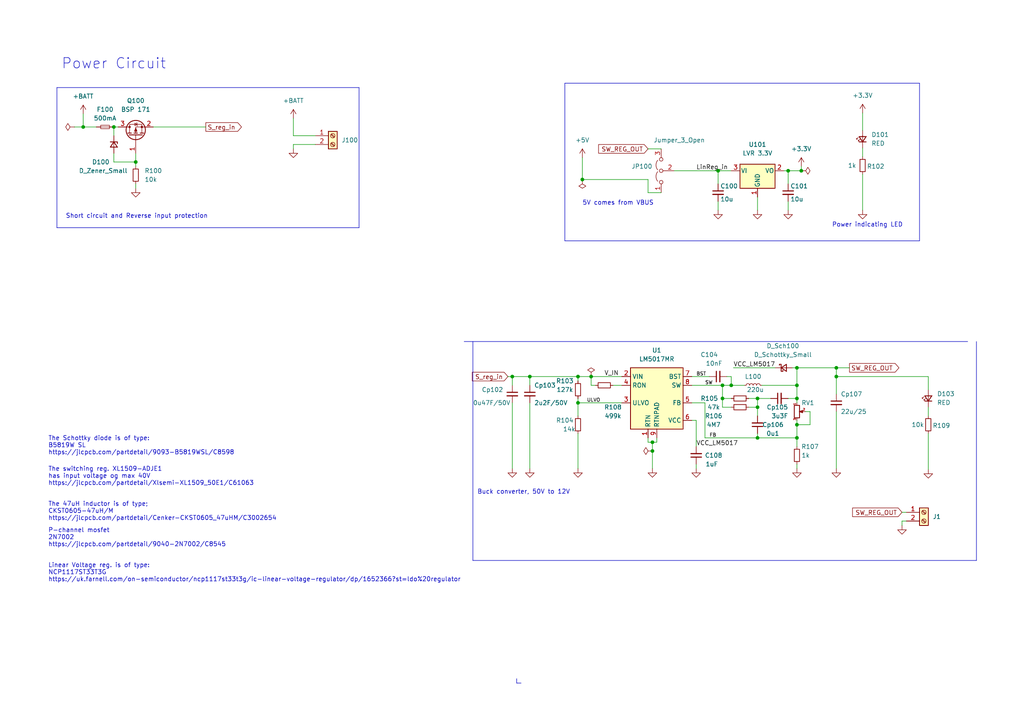
<source format=kicad_sch>
(kicad_sch (version 20230121) (generator eeschema)
  (paper "A4")
  (title_block (title "Power circuitery and Gyro Sensor") (date "2023-02-07"))
  (lib_symbols
    (symbol "Connector:Screw_Terminal_01x02" (pin_names (offset 1.016) hide)
      (property "Reference" "J" (at 0 2.54 0))
      (property "Value" "Screw_Terminal_01x02" (at 0 -5.08 0))
      (symbol "Screw_Terminal_01x02_1_1"
        (rectangle (start -1.27 1.27) (end 1.27 -3.81) (stroke (width 0.254)) (fill (type background)))
        (circle (center 0 -2.54) (radius 0.635) (stroke (width 0.1524)))
        (polyline (pts (xy -0.5334 -2.2098) (xy 0.3302 -3.048)) (stroke (width 0.1524)))
        (polyline (pts (xy -0.5334 0.3302) (xy 0.3302 -0.508)) (stroke (width 0.1524)))
        (polyline (pts (xy -0.3556 -2.032) (xy 0.508 -2.8702)) (stroke (width 0.1524)))
        (polyline (pts (xy -0.3556 0.508) (xy 0.508 -0.3302)) (stroke (width 0.1524)))
        (circle (center 0 0) (radius 0.635) (stroke (width 0.1524)))
        (pin passive line (at -5.08 0 0) (length 3.81) (name "Pin_1") (number "1"))
        (pin passive line (at -5.08 -2.54 0) (length 3.81) (name "Pin_2") (number "2"))
      )
    )
    (symbol "Device:C_Small" (pin_numbers hide) (pin_names (offset 0.254) hide)
      (property "Reference" "C" (at 0.254 1.778 0))
      (property "Value" "C_Small" (at 0.254 -2.032 0))
      (symbol "C_Small_0_1"
        (polyline (pts (xy -1.524 -0.508) (xy 1.524 -0.508)) (stroke (width 0.3302)))
        (polyline (pts (xy -1.524 0.508) (xy 1.524 0.508)) (stroke (width 0.3048)))
      )
      (symbol "C_Small_1_1"
        (pin passive line (at 0 2.54 270) (length 2.032) (name "~") (number "1"))
        (pin passive line (at 0 -2.54 90) (length 2.032) (name "~") (number "2"))
      )
    )
    (symbol "Device:D_Schottky_Small" (pin_numbers hide) (pin_names (offset 0.254) hide)
      (property "Reference" "D_Sch100" (at -0.254 6.35 0))
      (property "Value" "D_Schottky_Small" (at -0.254 3.81 0))
      (symbol "D_Schottky_Small_0_1"
        (polyline (pts (xy -0.762 0) (xy 0.762 0)))
        (polyline (pts (xy 0.762 -1.016) (xy -0.762 0) (xy 0.762 1.016) (xy 0.762 -1.016)) (stroke (width 0.254)))
        (polyline (pts (xy -1.27 0.762) (xy -1.27 1.016) (xy -0.762 1.016) (xy -0.762 -1.016) (xy -0.254 -1.016) (xy -0.254 -0.762)) (stroke (width 0.254)))
      )
      (symbol "D_Schottky_Small_1_1"
        (pin passive line (at 2.54 0 180) (length 1.778) (name "A") (number "1"))
        (pin passive line (at 2.54 0 180) (length 1.778) (name "A") (number "2"))
        (pin passive line (at -2.54 0 0) (length 1.778) (name "K") (number "3"))
      )
    )
    (symbol "Device:D_Zener_Small" (pin_numbers hide) (pin_names (offset 0.254) hide)
      (property "Reference" "D" (at 0 2.286 0))
      (property "Value" "D_Zener_Small" (at 0 -2.286 0))
      (symbol "D_Zener_Small_0_1"
        (polyline (pts (xy 0.762 0) (xy -0.762 0)))
        (polyline (pts (xy -0.254 1.016) (xy -0.762 1.016) (xy -0.762 -1.016)) (stroke (width 0.254)))
        (polyline (pts (xy 0.762 1.016) (xy -0.762 0) (xy 0.762 -1.016) (xy 0.762 1.016)) (stroke (width 0.254)))
      )
      (symbol "D_Zener_Small_1_1"
        (pin passive line (at -2.54 0 0) (length 1.778) (name "K") (number "1"))
        (pin passive line (at 2.54 0 180) (length 1.778) (name "A") (number "2"))
      )
    )
    (symbol "Device:Fuse_Small" (pin_numbers hide) (pin_names (offset 0.254) hide)
      (property "Reference" "F" (at 0 -1.524 0))
      (property "Value" "Fuse_Small" (at 0 1.524 0))
      (symbol "Fuse_Small_0_1"
        (rectangle (start -1.27 0.508) (end 1.27 -0.508))
        (polyline (pts (xy -1.27 0) (xy 1.27 0)))
      )
      (symbol "Fuse_Small_1_1"
        (pin passive line (at -2.54 0 0) (length 1.27) (name "~") (number "1"))
        (pin passive line (at 2.54 0 180) (length 1.27) (name "~") (number "2"))
      )
    )
    (symbol "Device:LED_Small" (pin_numbers hide) (pin_names (offset 0.254) hide)
      (property "Reference" "D" (at -1.27 3.175 0))
      (property "Value" "LED_Small" (at -4.445 -2.54 0))
      (symbol "LED_Small_0_1"
        (polyline (pts (xy -0.762 -1.016) (xy -0.762 1.016)) (stroke (width 0.254)))
        (polyline (pts (xy 1.016 0) (xy -0.762 0)))
        (polyline (pts (xy 0.762 -1.016) (xy -0.762 0) (xy 0.762 1.016) (xy 0.762 -1.016)) (stroke (width 0.254)))
        (polyline (pts (xy 0 0.762) (xy -0.508 1.27) (xy -0.254 1.27) (xy -0.508 1.27) (xy -0.508 1.016)))
        (polyline (pts (xy 0.508 1.27) (xy 0 1.778) (xy 0.254 1.778) (xy 0 1.778) (xy 0 1.524)))
      )
      (symbol "LED_Small_1_1"
        (pin passive line (at -2.54 0 0) (length 1.778) (name "K") (number "1"))
        (pin passive line (at 2.54 0 180) (length 1.778) (name "A") (number "2"))
      )
    )
    (symbol "Device:L_Small" (pin_numbers hide) (pin_names (offset 0.254) hide)
      (property "Reference" "L" (at 0.762 1.016 0))
      (property "Value" "L_Small" (at 0.762 -1.016 0))
      (symbol "L_Small_0_1"
        (arc (start 0 -2.032) (mid 0.5058 -1.524) (end 0 -1.016))
        (arc (start 0 -1.016) (mid 0.5058 -0.508) (end 0 0))
        (arc (start 0 0) (mid 0.5058 0.508) (end 0 1.016))
        (arc (start 0 1.016) (mid 0.5058 1.524) (end 0 2.032))
      )
      (symbol "L_Small_1_1"
        (pin passive line (at 0 2.54 270) (length 0.508) (name "~") (number "1"))
        (pin passive line (at 0 -2.54 90) (length 0.508) (name "~") (number "2"))
      )
    )
    (symbol "Device:R_Potentiometer_Small" (pin_names (offset 1.016) hide)
      (property "Reference" "RV" (at -4.445 0 90))
      (property "Value" "R_Potentiometer_Small" (at -2.54 0 90))
      (symbol "R_Potentiometer_Small_0_1"
        (polyline (pts (xy 0.889 0) (xy 0.635 0) (xy 1.651 0.381) (xy 1.651 -0.381) (xy 0.635 0) (xy 0.889 0)) (fill (type outline)))
        (rectangle (start 0.762 1.8034) (end -0.762 -1.8034) (stroke (width 0.254)))
      )
      (symbol "R_Potentiometer_Small_1_1"
        (pin passive line (at 0 2.54 270) (length 0.635) (name "1") (number "1"))
        (pin passive line (at 2.54 0 180) (length 0.9906) (name "2") (number "2"))
        (pin passive line (at 0 -2.54 90) (length 0.635) (name "3") (number "3"))
      )
    )
    (symbol "Device:R_Small" (pin_numbers hide) (pin_names (offset 0.254) hide)
      (property "Reference" "R" (at 0.762 0.508 0))
      (property "Value" "R_Small" (at 0.762 -1.016 0))
      (symbol "R_Small_0_1"
        (rectangle (start -0.762 1.778) (end 0.762 -1.778) (stroke (width 0.2032)))
      )
      (symbol "R_Small_1_1"
        (pin passive line (at 0 2.54 270) (length 0.762) (name "~") (number "1"))
        (pin passive line (at 0 -2.54 90) (length 0.762) (name "~") (number "2"))
      )
    )
    (symbol "Jumper:Jumper_3_Open" (pin_names (offset 0) hide)
      (property "Reference" "JP" (at -2.54 -2.54 0))
      (property "Value" "Jumper_3_Open" (at 0 2.794 0))
      (symbol "Jumper_3_Open_0_0"
        (circle (center -3.302 0) (radius 0.508))
        (circle (center 0 0) (radius 0.508))
        (circle (center 3.302 0) (radius 0.508))
      )
      (symbol "Jumper_3_Open_0_1"
        (arc (start -0.254 1.016) (mid -1.651 1.4992) (end -3.048 1.016))
        (polyline (pts (xy 0 -0.508) (xy 0 -1.27)))
        (arc (start 3.048 1.016) (mid 1.651 1.4992) (end 0.254 1.016))
      )
      (symbol "Jumper_3_Open_1_1"
        (pin passive line (at -6.35 0 0) (length 2.54) (name "A") (number "1"))
        (pin passive line (at 0 -3.81 90) (length 2.54) (name "C") (number "2"))
        (pin passive line (at 6.35 0 180) (length 2.54) (name "B") (number "3"))
      )
    )
    (symbol "Regulator_Linear:NCP1117-3.3_SOT223" (pin_names (offset 0.254))
      (property "Reference" "U" (at -3.81 3.175 0))
      (property "Value" "NCP1117-3.3_SOT223" (at 0 3.175 0))
      (symbol "NCP1117-3.3_SOT223_0_1"
        (rectangle (start -5.08 -5.08) (end 5.08 1.905) (stroke (width 0.254)) (fill (type background)))
      )
      (symbol "NCP1117-3.3_SOT223_1_1"
        (pin power_in line (at 0 -7.62 90) (length 2.54) (name "GND") (number "1"))
        (pin power_out line (at 7.62 0 180) (length 2.54) (name "VO") (number "2"))
        (pin power_in line (at -7.62 0 0) (length 2.54) (name "VI") (number "3"))
      )
    )
    (symbol "Regulator_Switching:LM5017MR"
      (property "Reference" "U" (at -7.62 8.89 0))
      (property "Value" "LM5017MR" (at 0 8.89 0))
      (symbol "LM5017MR_0_1"
        (rectangle (start -7.62 7.62) (end 7.62 -10.16) (stroke (width 0.254)) (fill (type background)))
      )
      (symbol "LM5017MR_1_1"
        (pin power_in line (at -2.54 -12.7 90) (length 2.54) (name "RTN") (number "1"))
        (pin power_in line (at -10.16 5.08 0) (length 2.54) (name "VIN") (number "2"))
        (pin input line (at -10.16 -2.54 0) (length 2.54) (name "ULVO") (number "3"))
        (pin input line (at -10.16 2.54 0) (length 2.54) (name "RON") (number "4"))
        (pin input line (at 10.16 -2.54 180) (length 2.54) (name "FB") (number "5"))
        (pin output line (at 10.16 -7.62 180) (length 2.54) (name "VCC") (number "6"))
        (pin input line (at 10.16 5.08 180) (length 2.54) (name "BST") (number "7"))
        (pin output line (at 10.16 2.54 180) (length 2.54) (name "SW") (number "8"))
        (pin power_in line (at 0 -12.7 90) (length 2.54) (name "RTNPAD") (number "9"))
      )
    )
    (symbol "Transistor_FET:AO3401A" (pin_names hide)
      (property "Reference" "Q" (at 5.08 1.905 0))
      (property "Value" "AO3401A" (at 5.08 0 0))
      (symbol "AO3401A_0_1"
        (polyline (pts (xy 0.254 0) (xy -2.54 0)))
        (polyline (pts (xy 0.254 1.905) (xy 0.254 -1.905)) (stroke (width 0.254)))
        (polyline (pts (xy 0.762 -1.27) (xy 0.762 -2.286)) (stroke (width 0.254)))
        (polyline (pts (xy 0.762 0.508) (xy 0.762 -0.508)) (stroke (width 0.254)))
        (polyline (pts (xy 0.762 2.286) (xy 0.762 1.27)) (stroke (width 0.254)))
        (polyline (pts (xy 2.54 2.54) (xy 2.54 1.778)))
        (polyline (pts (xy 2.54 -2.54) (xy 2.54 0) (xy 0.762 0)))
        (polyline (pts (xy 0.762 1.778) (xy 3.302 1.778) (xy 3.302 -1.778) (xy 0.762 -1.778)))
        (polyline (pts (xy 2.286 0) (xy 1.27 0.381) (xy 1.27 -0.381) (xy 2.286 0)) (fill (type outline)))
        (polyline (pts (xy 2.794 -0.508) (xy 2.921 -0.381) (xy 3.683 -0.381) (xy 3.81 -0.254)))
        (polyline (pts (xy 3.302 -0.381) (xy 2.921 0.254) (xy 3.683 0.254) (xy 3.302 -0.381)))
        (circle (center 1.651 0) (radius 2.794) (stroke (width 0.254)))
        (circle (center 2.54 -1.778) (radius 0.254) (fill (type outline)))
        (circle (center 2.54 1.778) (radius 0.254) (fill (type outline)))
      )
      (symbol "AO3401A_1_1"
        (pin input line (at -5.08 0 0) (length 2.54) (name "G") (number "1"))
        (pin passive line (at 2.54 -5.08 90) (length 2.54) (name "S") (number "2"))
        (pin passive line (at 2.54 5.08 270) (length 2.54) (name "D") (number "3"))
      )
    )
    (symbol "power:+3.3V" (power) (pin_names (offset 0))
      (property "Value" "+3.3V" (at 0 3.556 0))
      (symbol "+3.3V_0_1"
        (polyline (pts (xy -0.762 1.27) (xy 0 2.54)))
        (polyline (pts (xy 0 0) (xy 0 2.54)))
        (polyline (pts (xy 0 2.54) (xy 0.762 1.27)))
      )
      (symbol "+3.3V_1_1"
        (pin power_in line (at 0 0 90) (length 0) hide (name "+3.3V") (number "1"))
      )
    )
    (symbol "power:+5V" (power) (pin_names (offset 0))
      (property "Value" "+5V" (at 0 3.556 0))
      (symbol "+5V_0_1"
        (polyline (pts (xy -0.762 1.27) (xy 0 2.54)))
        (polyline (pts (xy 0 0) (xy 0 2.54)))
        (polyline (pts (xy 0 2.54) (xy 0.762 1.27)))
      )
      (symbol "+5V_1_1"
        (pin power_in line (at 0 0 90) (length 0) hide (name "+5V") (number "1"))
      )
    )
    (symbol "power:+BATT" (power) (pin_names (offset 0))
      (property "Value" "+BATT" (at 0 3.556 0))
      (symbol "+BATT_0_1"
        (polyline (pts (xy -0.762 1.27) (xy 0 2.54)))
        (polyline (pts (xy 0 0) (xy 0 2.54)))
        (polyline (pts (xy 0 2.54) (xy 0.762 1.27)))
      )
      (symbol "+BATT_1_1"
        (pin power_in line (at 0 0 90) (length 0) hide (name "+BATT") (number "1"))
      )
    )
    (symbol "power:GND" (power) (pin_names (offset 0))
      (property "Value" "GND" (at 0 -3.81 0))
      (symbol "GND_0_1"
        (polyline (pts (xy 0 0) (xy 0 -1.27) (xy 1.27 -1.27) (xy 0 -2.54) (xy -1.27 -1.27) (xy 0 -1.27)))
      )
      (symbol "GND_1_1"
        (pin power_in line (at 0 0 270) (length 0) hide (name "GND") (number "1"))
      )
    )
    (symbol "power:PWR_FLAG" (power) (pin_numbers hide) (pin_names (offset 0) hide)
      (property "Value" "PWR_FLAG" (at 0 3.81 0))
      (symbol "PWR_FLAG_0_0"
        (pin power_out line (at 0 0 90) (length 0) (name "pwr") (number "1"))
      )
      (symbol "PWR_FLAG_0_1"
        (polyline (pts (xy 0 0) (xy 0 1.27) (xy -1.016 1.905) (xy 0 2.54) (xy 1.016 1.905) (xy 0 1.27)))
      )
    )
  )
  (junction (at 189.23 128.27))
  (junction (at 208.28 49.53))
  (junction (at 153.67 109.22))
  (junction (at 171.45 109.22))
  (junction (at 24.13 36.83))
  (junction (at 231.14 106.68))
  (junction (at 232.41 49.53))
  (junction (at 242.57 109.22))
  (junction (at 242.57 106.68))
  (junction (at 231.14 111.76))
  (junction (at 219.71 115.57))
  (junction (at 148.59 109.22))
  (junction (at 33.02 36.83))
  (junction (at 209.55 111.76))
  (junction (at 231.14 127))
  (junction (at 228.6 49.53))
  (junction (at 231.14 123.19))
  (junction (at 219.71 118.11))
  (junction (at 189.23 130.81))
  (junction (at 167.64 109.22))
  (junction (at 168.91 52.07))
  (junction (at 209.55 115.57))
  (junction (at 219.71 127))
  (junction (at 212.09 111.76))
  (junction (at 231.14 115.57))
  (junction (at 39.37 46.99))
  (junction (at 167.64 116.84))
  (wire (pts (xy 167.64 125.73) (xy 167.64 135.89)))
  (wire (pts (xy 21.59 36.83) (xy 24.13 36.83)))
  (wire (pts (xy 219.71 57.15) (xy 219.71 60.96)))
  (wire (pts (xy 204.47 116.84) (xy 204.47 127)))
  (polyline (pts (xy 151.13 198.12) (xy 149.86 198.12)))
  (wire (pts (xy 190.5 127) (xy 190.5 128.27)))
  (wire (pts (xy 201.93 121.92) (xy 201.93 129.54)))
  (polyline (pts (xy 16.51 25.4) (xy 104.14 25.4)))
  (wire (pts (xy 168.91 52.07) (xy 187.96 52.07)))
  (wire (pts (xy 33.02 36.83) (xy 33.02 39.37)))
  (wire (pts (xy 231.14 123.19) (xy 231.14 127)))
  (wire (pts (xy 189.23 130.81) (xy 189.23 135.89)))
  (wire (pts (xy 39.37 46.99) (xy 33.02 46.99)))
  (wire (pts (xy 210.82 109.22) (xy 212.09 109.22)))
  (wire (pts (xy 153.67 111.76) (xy 153.67 109.22)))
  (wire (pts (xy 177.8 111.76) (xy 180.34 111.76)))
  (polyline (pts (xy 266.7 69.85) (xy 266.7 24.13)))
  (polyline (pts (xy 266.7 24.13) (xy 163.83 24.13)))
  (wire (pts (xy 242.57 106.68) (xy 242.57 109.22)))
  (wire (pts (xy 200.66 121.92) (xy 201.93 121.92)))
  (wire (pts (xy 232.41 49.53) (xy 232.41 48.26)))
  (wire (pts (xy 269.24 118.11) (xy 269.24 120.65)))
  (wire (pts (xy 217.17 115.57) (xy 219.71 115.57)))
  (wire (pts (xy 234.95 119.38) (xy 234.95 123.19)))
  (wire (pts (xy 153.67 109.22) (xy 167.64 109.22)))
  (wire (pts (xy 231.14 127) (xy 231.14 129.54)))
  (wire (pts (xy 231.14 121.92) (xy 231.14 123.19)))
  (wire (pts (xy 228.6 49.53) (xy 232.41 49.53)))
  (wire (pts (xy 219.71 127) (xy 219.71 125.73)))
  (wire (pts (xy 242.57 119.38) (xy 242.57 135.89)))
  (wire (pts (xy 85.09 41.91) (xy 85.09 43.18)))
  (wire (pts (xy 167.64 109.22) (xy 167.64 110.49)))
  (wire (pts (xy 269.24 109.22) (xy 269.24 113.03)))
  (wire (pts (xy 187.96 127) (xy 187.96 128.27)))
  (wire (pts (xy 212.725 106.68) (xy 224.79 106.68)))
  (wire (pts (xy 209.55 111.76) (xy 209.55 115.57)))
  (wire (pts (xy 209.55 115.57) (xy 209.55 118.11)))
  (wire (pts (xy 85.09 34.29) (xy 85.09 39.37)))
  (wire (pts (xy 147.32 109.22) (xy 148.59 109.22)))
  (wire (pts (xy 39.37 53.34) (xy 39.37 54.61)))
  (polyline (pts (xy 104.14 25.4) (xy 104.14 66.04)))
  (wire (pts (xy 231.14 106.68) (xy 231.14 111.76)))
  (wire (pts (xy 250.19 50.546) (xy 250.19 60.96)))
  (wire (pts (xy 204.47 127) (xy 219.71 127)))
  (wire (pts (xy 261.62 152.4) (xy 261.62 151.13)))
  (wire (pts (xy 231.14 115.57) (xy 231.14 116.84)))
  (polyline (pts (xy 104.14 66.04) (xy 16.51 66.04)))
  (wire (pts (xy 212.09 109.22) (xy 212.09 111.76)))
  (wire (pts (xy 231.14 106.68) (xy 242.57 106.68)))
  (wire (pts (xy 261.62 148.59) (xy 262.89 148.59)))
  (wire (pts (xy 167.64 116.84) (xy 180.34 116.84)))
  (wire (pts (xy 228.6 115.57) (xy 231.14 115.57)))
  (wire (pts (xy 148.59 109.22) (xy 153.67 109.22)))
  (wire (pts (xy 168.91 45.72) (xy 168.91 52.07)))
  (wire (pts (xy 212.09 111.76) (xy 215.9 111.76)))
  (wire (pts (xy 228.6 58.42) (xy 228.6 60.96)))
  (wire (pts (xy 233.68 119.38) (xy 234.95 119.38)))
  (wire (pts (xy 153.67 116.84) (xy 153.67 135.89)))
  (wire (pts (xy 200.66 109.22) (xy 205.74 109.22)))
  (wire (pts (xy 219.71 115.57) (xy 223.52 115.57)))
  (wire (pts (xy 187.96 55.88) (xy 187.96 52.07)))
  (polyline (pts (xy 283.21 162.56) (xy 137.16 162.56)))
  (wire (pts (xy 191.77 55.88) (xy 187.96 55.88)))
  (wire (pts (xy 148.59 116.84) (xy 148.59 135.89)))
  (wire (pts (xy 39.37 44.45) (xy 39.37 46.99)))
  (wire (pts (xy 189.23 128.27) (xy 190.5 128.27)))
  (wire (pts (xy 242.57 109.22) (xy 242.57 114.3)))
  (wire (pts (xy 269.24 125.73) (xy 269.24 136.144)))
  (wire (pts (xy 167.64 109.22) (xy 171.45 109.22)))
  (wire (pts (xy 242.57 109.22) (xy 269.24 109.22)))
  (wire (pts (xy 24.13 36.83) (xy 27.94 36.83)))
  (wire (pts (xy 212.09 118.11) (xy 209.55 118.11)))
  (polyline (pts (xy 137.16 99.06) (xy 137.16 162.56)))
  (wire (pts (xy 219.71 127) (xy 231.14 127)))
  (wire (pts (xy 85.09 39.37) (xy 91.44 39.37)))
  (wire (pts (xy 231.14 123.19) (xy 234.95 123.19)))
  (wire (pts (xy 212.09 111.76) (xy 209.55 111.76)))
  (wire (pts (xy 208.28 49.53) (xy 212.09 49.53)))
  (wire (pts (xy 167.64 120.65) (xy 167.64 116.84)))
  (wire (pts (xy 228.6 49.53) (xy 228.6 53.34)))
  (wire (pts (xy 209.55 111.76) (xy 200.66 111.76)))
  (wire (pts (xy 195.58 49.53) (xy 208.28 49.53)))
  (wire (pts (xy 231.14 115.57) (xy 231.14 111.76)))
  (wire (pts (xy 187.96 43.18) (xy 191.77 43.18)))
  (wire (pts (xy 171.45 109.22) (xy 180.34 109.22)))
  (wire (pts (xy 171.45 111.76) (xy 171.45 109.22)))
  (wire (pts (xy 33.02 36.83) (xy 34.29 36.83)))
  (polyline (pts (xy 283.21 99.06) (xy 283.21 162.56)))
  (wire (pts (xy 200.66 116.84) (xy 204.47 116.84)))
  (polyline (pts (xy 163.83 69.85) (xy 266.7 69.85)))
  (wire (pts (xy 33.02 44.45) (xy 33.02 46.99)))
  (wire (pts (xy 91.44 41.91) (xy 85.09 41.91)))
  (polyline (pts (xy 16.51 25.4) (xy 16.51 66.04)))
  (wire (pts (xy 189.23 128.27) (xy 189.23 130.81)))
  (wire (pts (xy 219.71 118.11) (xy 219.71 120.65)))
  (wire (pts (xy 208.28 58.42) (xy 208.28 60.96)))
  (wire (pts (xy 250.19 42.926) (xy 250.19 45.466)))
  (wire (pts (xy 231.14 134.62) (xy 231.14 135.89)))
  (wire (pts (xy 212.09 115.57) (xy 209.55 115.57)))
  (wire (pts (xy 250.19 32.766) (xy 250.19 37.846)))
  (wire (pts (xy 24.13 33.02) (xy 24.13 36.83)))
  (wire (pts (xy 148.59 111.76) (xy 148.59 109.22)))
  (wire (pts (xy 167.64 115.57) (xy 167.64 116.84)))
  (wire (pts (xy 208.28 49.53) (xy 208.28 53.34)))
  (wire (pts (xy 201.93 134.62) (xy 201.93 135.89)))
  (wire (pts (xy 217.17 118.11) (xy 219.71 118.11)))
  (polyline (pts (xy 149.86 196.85) (xy 149.86 198.12)))
  (wire (pts (xy 44.45 36.83) (xy 59.69 36.83)))
  (wire (pts (xy 227.33 49.53) (xy 228.6 49.53)))
  (wire (pts (xy 219.71 115.57) (xy 219.71 118.11)))
  (wire (pts (xy 242.57 106.68) (xy 246.38 106.68)))
  (polyline (pts (xy 134.62 99.06) (xy 280.67 99.06)))
  (wire (pts (xy 229.87 106.68) (xy 231.14 106.68)))
  (wire (pts (xy 172.72 111.76) (xy 171.45 111.76)))
  (polyline (pts (xy 163.83 24.13) (xy 163.83 69.85)))
  (wire (pts (xy 220.98 111.76) (xy 231.14 111.76)))
  (wire (pts (xy 187.96 128.27) (xy 189.23 128.27)))
  (wire (pts (xy 39.37 46.99) (xy 39.37 48.26)))
  (wire (pts (xy 261.62 151.13) (xy 262.89 151.13)))
  (text "Buck converter, 50V to 12V" (at 138.43 143.51 0) (effects (font (size 1.27 1.27)) (justify left bottom)))
  (text "5V comes from VBUS" (at 168.91 59.69 0) (effects (font (size 1.27 1.27)) (justify left bottom)))
  (text "Power Circuit" (at 17.78 20.32 0) (effects (font (size 3 3)) (justify left bottom)))
  (text "The Schottky diode is of type:\nB5819W SL\nhttps://jlcpcb.com/partdetail/9093-B5819WSL/C8598" (at 13.97 132.08 0) (effects (font (size 1.27 1.27)) (justify left bottom)))
  (text "The switching reg. XL1509-ADJE1\nhas input voltage og max 40V\nhttps://jlcpcb.com/partdetail/Xlsemi-XL1509_50E1/C61063\n" (at 13.97 140.97 0) (effects (font (size 1.27 1.27)) (justify left bottom)))
  (text "Linear Voltage reg. is of type: \nNCP1117ST33T3G\nhttps://uk.farnell.com/on-semiconductor/ncp1117st33t3g/ic-linear-voltage-regulator/dp/1652366?st=ldo%20regulator" (at 13.97 168.91 0) (effects (font (size 1.27 1.27)) (justify left bottom)))
  (text "Power indicating LED" (at 241.3 66.04 0) (effects (font (size 1.27 1.27)) (justify left bottom)))
  (text "Short circuit and Reverse input protection" (at 19.05 63.5 0) (effects (font (size 1.27 1.27)) (justify left bottom)))
  (text "P-channel mosfet\n2N7002\nhttps://jlcpcb.com/partdetail/9040-2N7002/C8545" (at 13.97 158.75 0) (effects (font (size 1.27 1.27)) (justify left bottom)))
  (text "The 47uH inductor is of type;\nCKST0605-47uH/M\nhttps://jlcpcb.com/partdetail/Cenker-CKST0605_47uHM/C3002654" (at 13.97 151.13 0) (effects (font (size 1.27 1.27)) (justify left bottom)))
  (label "ULVO" (at 170.18 116.84 0) (effects (font (size 1 1))))
  (label "VCC_LM5017" (at 212.725 106.68 0))
  (label "SW" (at 204.47 111.76 0) (effects (font (size 1 1))))
  (label "LinReg_in" (at 201.93 49.53 0))
  (label "FB" (at 205.74 127 0) (effects (font (size 1 1))))
  (label "V_IN" (at 175.26 109.22 0))
  (label "BST" (at 201.93 109.22 0) (effects (font (size 1 1))))
  (label "VCC_LM5017" (at 201.93 129.54 0))
  (global_label "S_reg_in" (shape input) (at 147.32 109.22 180) (property "Intersheetrefs" "${INTERSHEET_REFS}" (effects hide)))
  (global_label "SW_REG_OUT" (shape output) (at 246.38 106.68 0) (property "Intersheetrefs" "${INTERSHEET_REFS}" (effects hide)))
  (global_label "SW_REG_OUT" (shape input) (at 187.96 43.18 180) (property "Intersheetrefs" "${INTERSHEET_REFS}" (effects hide)))
  (global_label "S_reg_in" (shape output) (at 59.69 36.83 0) (property "Intersheetrefs" "${INTERSHEET_REFS}" (effects hide)))
  (global_label "SW_REG_OUT" (shape input) (at 261.62 148.59 180) (property "Intersheetrefs" "${INTERSHEET_REFS}" (effects hide)))
  (symbol (lib_id "Device:C_Small") (at 153.67 114.3 0) (unit 1)
    (property "Reference" "Cp103" (at 154.94 111.76 0) (effects (justify left)))
    (property "Value" "2u2F/50V" (at 154.94 116.84 0) (effects (justify left)))
    (property "Footprint" "Capacitor_SMD:C_0805_2012Metric" (effects hide))
    (property "PARTREV" "C49217" (effects hide))
  )
  (symbol (lib_id "Jumper:Jumper_3_Open") (at 191.77 49.53 90) (unit 1)
    (property "Reference" "JP100" (at 189.23 48.2599 90) (effects (justify left)))
    (property "Value" "Jumper_3_Open" (at 204.47 40.64 90) (effects (justify left)))
    (property "Footprint" "Connector_PinHeader_2.54mm:PinHeader_1x03_P2.54mm_Vertical" (effects hide))
  )
  (symbol (lib_id "power:GND") (at 167.64 135.89 0) (unit 1)
    (property "Reference" "#PWR0118" (effects hide))
    (property "Value" "GND" (effects hide))
  )
  (symbol (lib_id "Device:L_Small") (at 218.44 111.76 90) (unit 1)
    (property "Reference" "L100" (at 218.44 109.22 90))
    (property "Value" "220u" (at 219.075 113.03 90))
    (property "Footprint" "Inductor_SMD:L_Bourns_SRR1208_12.7x12.7mm" (effects hide))
    (property "PARTREV" "C2929503" (effects hide))
    (property "Mouser" "652-SRR1208-221KL" (effects hide))
  )
  (symbol (lib_id "Device:R_Small") (at 250.19 48.006 180) (unit 1)
    (property "Reference" "R102" (at 254 48.26 0))
    (property "Value" "1k" (at 247.142 48.006 0))
    (property "Footprint" "Resistor_SMD:R_0603_1608Metric" (effects hide))
    (property "PARTREV" "C22764" (effects hide))
  )
  (symbol (lib_id "Device:C_Small") (at 219.71 123.19 180) (unit 1)
    (property "Reference" "Cp106" (at 227.33 123.19 0) (effects (justify left)))
    (property "Value" "0u1" (at 226.06 125.73 0) (effects (justify left)))
    (property "Footprint" "Capacitor_SMD:C_0805_2012Metric" (effects hide))
    (property "PARTREV" "C14663" (effects hide))
  )
  (symbol (lib_id "Device:C_Small") (at 201.93 132.08 180) (unit 1)
    (property "Reference" "C108" (at 209.55 132.08 0) (effects (justify left)))
    (property "Value" "1uF" (at 208.28 134.62 0) (effects (justify left)))
    (property "Footprint" "Capacitor_SMD:C_0805_2012Metric" (effects hide))
    (property "PARTREV" "C28323" (effects hide))
  )
  (symbol (lib_id "power:+5V") (at 168.91 45.72 0) (unit 1)
    (property "Reference" "#PWR0113" (effects hide))
    (property "Value" "+5V" (at 168.91 40.64 0))
  )
  (symbol (lib_id "Device:R_Small") (at 175.26 111.76 90) (unit 1)
    (property "Reference" "R108" (at 177.8 118.11 90))
    (property "Value" "499k" (at 177.8 120.65 90))
    (property "Footprint" "Resistor_SMD:R_0603_1608Metric" (effects hide))
    (property "PARTREV" "C25804" (effects hide))
  )
  (symbol (lib_id "Device:R_Potentiometer_Small") (at 231.14 119.38 0) (unit 1)
    (property "Reference" "RV1" (at 236.22 116.84 0) (effects (justify right)))
    (property "Value" "R_Potentiometer_Small" (effects hide))
    (property "Footprint" "Added footprints:TRIM_TC33X-2-103E" (effects hide))
  )
  (symbol (lib_id "power:GND") (at 219.71 60.96 0) (unit 1)
    (property "Reference" "#PWR0110" (effects hide))
    (property "Value" "GND" (effects hide))
  )
  (symbol (lib_id "power:GND") (at 189.23 135.89 0) (unit 1)
    (property "Reference" "#PWR0116" (effects hide))
    (property "Value" "GND" (effects hide))
  )
  (symbol (lib_id "Device:Fuse_Small") (at 30.48 36.83 0) (unit 1)
    (property "Reference" "F100" (at 30.48 31.75 0))
    (property "Value" "500mA" (at 30.48 34.29 0))
    (property "Footprint" "Resistor_THT:R_Axial_DIN0204_L3.6mm_D1.6mm_P5.08mm_Vertical" (effects hide))
    (property "PARTREV" "C8678" (effects hide))
  )
  (symbol (lib_id "Device:LED_Small") (at 250.19 40.386 90) (unit 1)
    (property "Reference" "D101" (at 252.73 39.0524 90) (effects (justify right)))
    (property "Value" "RED" (at 252.73 41.5924 90) (effects (justify right)))
    (property "Footprint" "LED_SMD:LED_0603_1608Metric" (effects hide))
    (property "PARTREV" "C84256" (effects hide))
  )
  (symbol (lib_id "Connector:Screw_Terminal_01x02") (at 96.52 39.37 0) (unit 1)
    (property "Reference" "J100" (at 99.06 40.6399 0) (effects (justify left)))
    (property "Value" "Screw_Terminal_01x02" (effects hide))
    (property "Footprint" "TerminalBlock:TerminalBlock_bornier-2_P5.08mm" (effects hide))
  )
  (symbol (lib_id "power:+3.3V") (at 232.41 48.26 0) (unit 1)
    (property "Reference" "#PWR0114" (effects hide))
    (property "Value" "+3.3V" (at 232.41 43.18 0))
  )
  (symbol (lib_id "power:PWR_FLAG") (at 21.59 36.83 90) (unit 1)
    (property "Reference" "#FLG0101" (effects hide))
    (property "Value" "PWR_FLAG" (effects hide))
  )
  (symbol (lib_id "Device:R_Small") (at 167.64 113.03 180) (unit 1)
    (property "Reference" "R103" (at 163.83 110.49 0))
    (property "Value" "127k" (at 163.83 113.03 0))
    (property "Footprint" "Resistor_SMD:R_0603_1608Metric" (effects hide))
    (property "PARTREV" "C25804" (effects hide))
  )
  (symbol (lib_id "Device:C_Small") (at 228.6 55.88 0) (unit 1)
    (property "Reference" "C101" (at 229.235 53.975 0) (effects (justify left)))
    (property "Value" "10u" (at 229.235 57.785 0) (effects (justify left)))
    (property "Footprint" "Capacitor_SMD:C_0805_2012Metric" (effects hide))
    (property "JLC" "C96446" (effects hide))
    (property "PARTREV" "C96446" (effects hide))
  )
  (symbol (lib_id "power:GND") (at 85.09 43.18 0) (unit 1)
    (property "Reference" "#PWR0101" (effects hide))
    (property "Value" "GND" (effects hide))
  )
  (symbol (lib_id "power:GND") (at 208.28 60.96 0) (unit 1)
    (property "Reference" "#PWR0108" (effects hide))
    (property "Value" "GND" (effects hide))
  )
  (symbol (lib_id "power:PWR_FLAG") (at 171.45 109.22 0) (unit 1)
    (property "Reference" "#FLG0107" (effects hide))
    (property "Value" "PWR_FLAG" (effects hide))
  )
  (symbol (lib_id "power:GND") (at 231.14 135.89 0) (unit 1)
    (property "Reference" "#PWR0105" (effects hide))
    (property "Value" "GND" (effects hide))
  )
  (symbol (lib_id "Regulator_Linear:NCP1117-3.3_SOT223") (at 219.71 49.53 0) (unit 1)
    (property "Reference" "U101" (at 219.71 41.91 0))
    (property "Value" "LVR 3.3V" (at 219.71 44.45 0))
    (property "Footprint" "Package_TO_SOT_SMD:SOT-223-3_TabPin2" (effects hide))
    (property "Datasheet" "http://www.onsemi.com/pub_link/Collateral/NCP1117-D.PDF" (effects hide))
    (property "PARTREV" "C277892" (effects hide))
    (property "Mouser" "584-ADP3338AKCZ3.3R" (effects hide))
  )
  (symbol (lib_id "power:GND") (at 250.19 60.96 0) (unit 1)
    (property "Reference" "#PWR0112" (effects hide))
    (property "Value" "GND" (effects hide))
  )
  (symbol (lib_id "Connector:Screw_Terminal_01x02") (at 267.97 148.59 0) (unit 1)
    (property "Reference" "J1" (at 270.51 149.8599 0) (effects (justify left)))
    (property "Value" "Screw_Terminal_01x02" (effects hide))
    (property "Footprint" "TerminalBlock:TerminalBlock_bornier-2_P5.08mm" (effects hide))
  )
  (symbol (lib_id "power:GND") (at 201.93 135.89 0) (unit 1)
    (property "Reference" "#PWR0115" (effects hide))
    (property "Value" "GND" (effects hide))
  )
  (symbol (lib_id "Device:C_Small") (at 208.28 55.88 0) (unit 1)
    (property "Reference" "C100" (at 208.915 53.975 0) (effects (justify left)))
    (property "Value" "10u" (at 208.915 57.785 0) (effects (justify left)))
    (property "Footprint" "Capacitor_SMD:C_0805_2012Metric" (effects hide))
    (property "JLC" "C96446" (effects hide))
    (property "PARTREV" "C96446" (effects hide))
  )
  (symbol (lib_id "power:PWR_FLAG") (at 232.41 49.53 270) (unit 1)
    (property "Reference" "#FLG0102" (effects hide))
    (property "Value" "PWR_FLAG" (effects hide))
  )
  (symbol (lib_id "Device:D_Schottky_Small") (at 227.33 106.68 0) (unit 1)
    (property "Reference" "D_Sch100" (at 227.076 100.33 0))
    (property "Value" "D_Schottky_Small" (at 227.076 102.87 0))
    (property "Footprint" "FSV10150_Shottcky diode:TO-277" (effects hide))
    (property "PARTREV" "C8678" (effects hide))
    (property "Mouser" "637-SK35SMA" (effects hide))
  )
  (symbol (lib_id "power:+3.3V") (at 250.19 32.766 0) (unit 1)
    (property "Reference" "#PWR0111" (effects hide))
    (property "Value" "+3.3V" (at 250.19 27.686 0))
  )
  (symbol (lib_id "Device:LED_Small") (at 269.24 115.57 90) (unit 1)
    (property "Reference" "D103" (at 271.78 114.2364 90) (effects (justify right)))
    (property "Value" "RED" (at 271.78 116.7764 90) (effects (justify right)))
    (property "Footprint" "LED_SMD:LED_0603_1608Metric" (effects hide))
    (property "PARTREV" "C84256" (effects hide))
  )
  (symbol (lib_id "Device:R_Small") (at 167.64 123.19 180) (unit 1)
    (property "Reference" "R104" (at 163.83 121.92 0))
    (property "Value" "14k" (at 165.1 124.46 0))
    (property "Footprint" "Resistor_SMD:R_0603_1608Metric" (effects hide))
    (property "PARTREV" "C25804" (effects hide))
  )
  (symbol (lib_id "Device:R_Small") (at 214.63 118.11 90) (unit 1)
    (property "Reference" "R106" (at 207.01 120.65 90))
    (property "Value" "4M7" (at 207.01 123.19 90))
    (property "Footprint" "Resistor_SMD:R_0603_1608Metric" (effects hide))
    (property "PARTREV" "C25804" (effects hide))
  )
  (symbol (lib_id "Device:D_Zener_Small") (at 33.02 41.91 270) (unit 1)
    (property "Reference" "D100" (at 26.67 46.99 90) (effects (justify left)))
    (property "Value" "D_Zener_Small" (at 22.86 49.53 90) (effects (justify left)))
    (property "Footprint" "Resistor_THT:R_Axial_DIN0204_L3.6mm_D1.6mm_P5.08mm_Vertical" (effects hide))
    (property "PARTREV" "C8062" (effects hide))
  )
  (symbol (lib_id "Device:C_Small") (at 226.06 115.57 90) (unit 1)
    (property "Reference" "Cp105" (at 228.6 118.11 90) (effects (justify left)))
    (property "Value" "3u3F" (at 228.6 120.65 90) (effects (justify left)))
    (property "Footprint" "Capacitor_SMD:C_0805_2012Metric" (effects hide))
    (property "PARTREV" "C338093" (effects hide))
  )
  (symbol (lib_id "Device:R_Small") (at 214.63 115.57 90) (unit 1)
    (property "Reference" "R105" (at 205.74 115.57 90))
    (property "Value" "47k" (at 207.01 118.11 90))
    (property "Footprint" "Resistor_SMD:R_0603_1608Metric" (effects hide))
    (property "PARTREV" "C25804" (effects hide))
  )
  (symbol (lib_id "power:GND") (at 39.37 54.61 0) (unit 1)
    (property "Reference" "#PWR0102" (effects hide))
    (property "Value" "GND" (effects hide))
  )
  (symbol (lib_id "Device:C_Small") (at 148.59 114.3 0) (unit 1)
    (property "Reference" "Cp102" (at 139.7 113.03 0) (effects (justify left)))
    (property "Value" "0u47F/50V" (at 137.16 116.84 0) (effects (justify left)))
    (property "Footprint" "Capacitor_SMD:C_0805_2012Metric" (effects hide))
    (property "PARTREV" "C13967" (effects hide))
  )
  (symbol (lib_id "Transistor_FET:AO3401A") (at 39.37 39.37 90) (unit 1)
    (property "Reference" "Q100" (at 39.37 29.21 90))
    (property "Value" "BSP 171" (at 39.37 31.75 90))
    (property "Footprint" "Added footprints:bsp171" (effects hide))
    (property "Datasheet" "http://www.aosmd.com/pdfs/datasheet/AO3401A.pdf" (effects hide))
    (property "PARTREV" "C15127" (effects hide))
    (property "Mouser" "726-BSP171PH6327" (effects hide))
  )
  (symbol (lib_id "power:GND") (at 261.62 152.4 0) (unit 1)
    (property "Reference" "#PWR06" (effects hide))
    (property "Value" "GND" (effects hide))
  )
  (symbol (lib_id "power:GND") (at 242.57 135.89 0) (unit 1)
    (property "Reference" "#PWR0106" (effects hide))
    (property "Value" "GND" (effects hide))
  )
  (symbol (lib_id "power:PWR_FLAG") (at 189.23 130.81 90) (unit 1)
    (property "Reference" "#FLG0108" (effects hide))
    (property "Value" "PWR_FLAG" (effects hide))
  )
  (symbol (lib_id "Device:R_Small") (at 39.37 50.8 0) (unit 1)
    (property "Reference" "R100" (at 41.91 49.5299 0) (effects (justify left)))
    (property "Value" "10k" (at 41.91 52.0699 0) (effects (justify left)))
    (property "Footprint" "Resistor_SMD:R_0603_1608Metric" (effects hide))
    (property "PARTREV" "C25804" (effects hide))
  )
  (symbol (lib_id "Device:C_Small") (at 242.57 116.84 0) (unit 1)
    (property "Reference" "Cp107" (at 243.84 114.3 0) (effects (justify left)))
    (property "Value" "22u/25" (at 243.84 119.38 0) (effects (justify left)))
    (property "Footprint" "Capacitor_SMD:C_0805_2012Metric_Pad1.18x1.45mm_HandSolder" (effects hide))
    (property "PARTREV" "C45783" (effects hide))
  )
  (symbol (lib_id "Device:R_Small") (at 269.24 123.19 180) (unit 1)
    (property "Reference" "R109" (at 273.05 123.444 0))
    (property "Value" "10k" (at 266.192 123.19 0))
    (property "Footprint" "Resistor_SMD:R_0603_1608Metric" (effects hide))
    (property "PARTREV" "C22764" (effects hide))
  )
  (symbol (lib_id "power:GND") (at 148.59 135.89 0) (unit 1)
    (property "Reference" "#PWR0117" (effects hide))
    (property "Value" "GND" (effects hide))
  )
  (symbol (lib_id "power:GND") (at 228.6 60.96 0) (unit 1)
    (property "Reference" "#PWR0109" (effects hide))
    (property "Value" "GND" (effects hide))
  )
  (symbol (lib_id "Device:R_Small") (at 231.14 132.08 180) (unit 1)
    (property "Reference" "R107" (at 234.95 129.54 0))
    (property "Value" "1k" (at 233.68 132.08 0))
    (property "Footprint" "Resistor_SMD:R_0603_1608Metric" (effects hide))
    (property "PARTREV" "C25804" (effects hide))
  )
  (symbol (lib_id "power:GND") (at 153.67 135.89 0) (unit 1)
    (property "Reference" "#PWR0119" (effects hide))
    (property "Value" "GND" (effects hide))
  )
  (symbol (lib_id "power:GND") (at 269.24 136.144 0) (unit 1)
    (property "Reference" "#PWR0107" (effects hide))
    (property "Value" "GND" (effects hide))
  )
  (symbol (lib_id "power:PWR_FLAG") (at 168.91 52.07 180) (unit 1)
    (property "Reference" "#FLG0106" (effects hide))
    (property "Value" "PWR_FLAG" (effects hide))
  )
  (symbol (lib_id "Regulator_Switching:LM5017MR") (at 190.5 114.3 0) (unit 1)
    (property "Reference" "U1" (at 190.5 101.6 0))
    (property "Value" "LM5017MR" (at 190.5 104.14 0))
    (property "Footprint" "Package_SO:SOIC-8-1EP_3.9x4.9mm_P1.27mm_EP2.95x4.9mm_Mask2.71x3.4mm_ThermalVias" (effects hide))
    (property "Datasheet" "http://www.ti.com/lit/ds/symlink/lm5017.pdf" (effects hide))
    (property "PARTREV" "C34355" (effects hide))
    (property "Mouser" "926-LM5017MRX/NOPB" (effects hide))
  )
  (symbol (lib_id "power:+BATT") (at 85.09 34.29 0) (unit 1)
    (property "Reference" "#PWR0103" (effects hide))
    (property "Value" "+BATT" (at 85.09 29.21 0))
  )
  (symbol (lib_id "Device:C_Small") (at 208.28 109.22 90) (unit 1)
    (property "Reference" "C104" (at 208.28 102.87 90) (effects (justify left)))
    (property "Value" "10nF" (at 209.55 105.41 90) (effects (justify left)))
    (property "Footprint" "Capacitor_SMD:C_0805_2012Metric" (effects hide))
    (property "PARTREV" "C57112" (effects hide))
  )
  (symbol (lib_id "power:+BATT") (at 24.13 33.02 0) (unit 1)
    (property "Reference" "#PWR0104" (effects hide))
    (property "Value" "+BATT" (at 24.13 27.94 0))
  )
)
</source>
